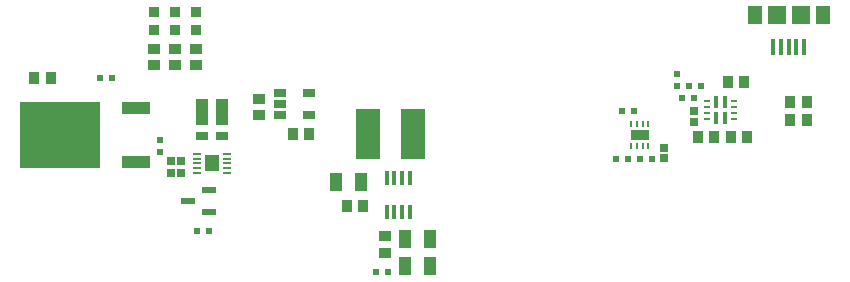
<source format=gtp>
G04 Layer_Color=7318015*
%FSLAX25Y25*%
%MOIN*%
G70*
G01*
G75*
%ADD10R,0.06299X0.03543*%
%ADD11R,0.00984X0.01969*%
%ADD12R,0.04724X0.06102*%
%ADD13R,0.05906X0.06102*%
%ADD14R,0.01575X0.05315*%
%ADD15R,0.03937X0.03543*%
%ADD16R,0.02165X0.02362*%
%ADD17R,0.04724X0.02362*%
%ADD18R,0.26772X0.21850*%
%ADD19R,0.09449X0.03937*%
%ADD20R,0.02362X0.02165*%
%ADD21R,0.02677X0.02520*%
%ADD22R,0.02953X0.00787*%
%ADD23R,0.05118X0.05512*%
%ADD24R,0.03937X0.03150*%
%ADD25R,0.03937X0.09134*%
%ADD26R,0.03543X0.03937*%
%ADD27R,0.02520X0.02677*%
%ADD28R,0.02362X0.00787*%
%ADD29R,0.01575X0.04134*%
%ADD30R,0.01575X0.04724*%
%ADD31R,0.03937X0.06102*%
%ADD32R,0.07874X0.16535*%
%ADD33R,0.04331X0.03543*%
%ADD34R,0.04331X0.02559*%
%ADD35R,0.03543X0.04331*%
%ADD36R,0.03543X0.03543*%
D10*
X342000Y381500D02*
D03*
D11*
X341016Y377760D02*
D03*
X342984Y385240D02*
D03*
X339047Y377760D02*
D03*
X342984D02*
D03*
X344953D02*
D03*
X344953Y385240D02*
D03*
X341016D02*
D03*
X339047D02*
D03*
D12*
X380299Y421453D02*
D03*
X403134D02*
D03*
D13*
X387779D02*
D03*
X395654D02*
D03*
D14*
X386598Y410823D02*
D03*
X389157D02*
D03*
X391717D02*
D03*
X394276D02*
D03*
X396835D02*
D03*
D15*
X215000Y388342D02*
D03*
Y393657D02*
D03*
D16*
X194531Y349500D02*
D03*
X198468D02*
D03*
X362468Y397799D02*
D03*
X358530D02*
D03*
X359967Y393799D02*
D03*
X356031D02*
D03*
X342031Y373500D02*
D03*
X345968D02*
D03*
X334031D02*
D03*
X337968D02*
D03*
X339968Y389500D02*
D03*
X336031D02*
D03*
X257968Y336000D02*
D03*
X254031D02*
D03*
X162031Y400500D02*
D03*
X165969D02*
D03*
D17*
X198543Y355760D02*
D03*
Y363240D02*
D03*
X191457Y359500D02*
D03*
D18*
X148929Y381689D02*
D03*
D19*
X174126Y390665D02*
D03*
Y372713D02*
D03*
D20*
X182000Y379968D02*
D03*
Y376031D02*
D03*
X354499Y397831D02*
D03*
Y401767D02*
D03*
D21*
X185768Y373000D02*
D03*
X189232D02*
D03*
X185768Y369000D02*
D03*
X189232D02*
D03*
D22*
X204383Y368976D02*
D03*
Y370551D02*
D03*
Y372126D02*
D03*
Y373701D02*
D03*
Y375275D02*
D03*
X194616Y368976D02*
D03*
Y370551D02*
D03*
Y372126D02*
D03*
Y373701D02*
D03*
Y375275D02*
D03*
D23*
X199500Y372126D02*
D03*
D24*
X196055Y381252D02*
D03*
X202945D02*
D03*
D25*
Y389126D02*
D03*
X196055D02*
D03*
D26*
X371341Y399299D02*
D03*
X376657D02*
D03*
X366656Y380799D02*
D03*
X361342D02*
D03*
X372341D02*
D03*
X377657D02*
D03*
X249657Y358000D02*
D03*
X244342D02*
D03*
X231657Y382000D02*
D03*
X226343D02*
D03*
D27*
X359999Y386067D02*
D03*
Y389531D02*
D03*
X350000Y373768D02*
D03*
Y377232D02*
D03*
D28*
X364471Y388815D02*
D03*
Y390783D02*
D03*
Y392752D02*
D03*
Y386846D02*
D03*
X373527D02*
D03*
Y392752D02*
D03*
Y390783D02*
D03*
Y388815D02*
D03*
D29*
X367621Y392457D02*
D03*
Y387141D02*
D03*
X370377D02*
D03*
Y392457D02*
D03*
D30*
X260221Y355882D02*
D03*
X262779D02*
D03*
X265339D02*
D03*
X257661D02*
D03*
Y367118D02*
D03*
X260221D02*
D03*
X262779D02*
D03*
X265339D02*
D03*
D31*
X240957Y366000D02*
D03*
X249043D02*
D03*
X272043Y338000D02*
D03*
X263957D02*
D03*
X272043Y347000D02*
D03*
X263957D02*
D03*
D32*
X266587Y382000D02*
D03*
X251413D02*
D03*
D33*
X257000Y347856D02*
D03*
Y342144D02*
D03*
X194000Y410256D02*
D03*
Y404744D02*
D03*
X187000Y410256D02*
D03*
Y404744D02*
D03*
X180000Y404744D02*
D03*
Y410256D02*
D03*
D34*
X222276Y395740D02*
D03*
Y392000D02*
D03*
Y388260D02*
D03*
X231724D02*
D03*
Y395740D02*
D03*
D35*
X145756Y400500D02*
D03*
X140244D02*
D03*
X397756Y386500D02*
D03*
X392244D02*
D03*
X397756Y392500D02*
D03*
X392244D02*
D03*
D36*
X180000Y416547D02*
D03*
Y422453D02*
D03*
X187000D02*
D03*
Y416547D02*
D03*
X194000D02*
D03*
Y422453D02*
D03*
M02*

</source>
